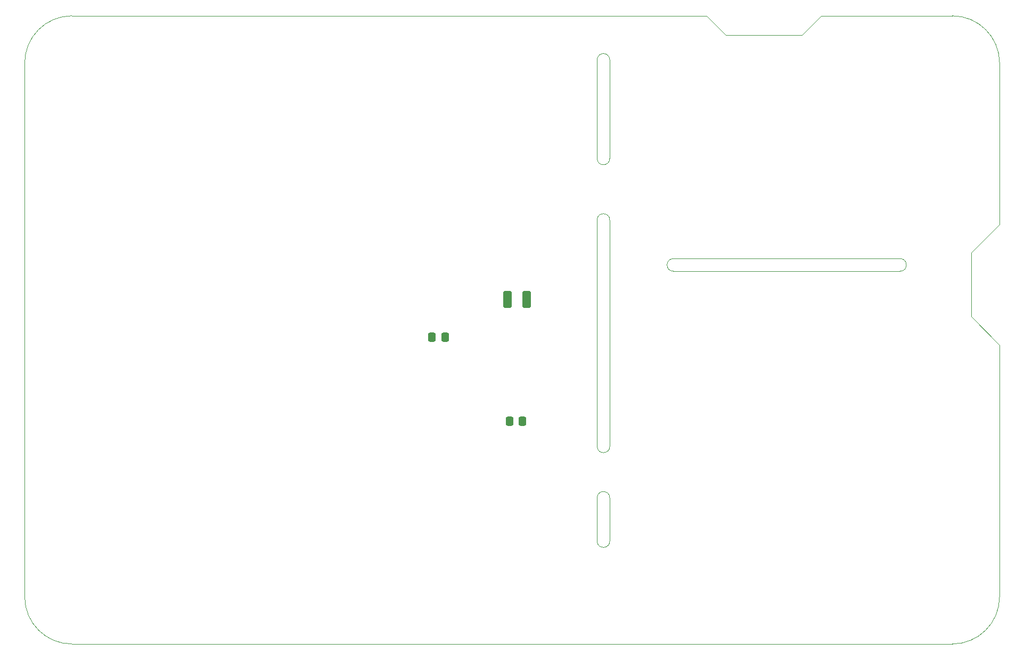
<source format=gbr>
G04 #@! TF.GenerationSoftware,KiCad,Pcbnew,7.0.7+dfsg-1*
G04 #@! TF.CreationDate,2024-12-03T08:15:38+01:00*
G04 #@! TF.ProjectId,evoIII-pulseboard,65766f49-4949-42d7-9075-6c7365626f61,rev?*
G04 #@! TF.SameCoordinates,Original*
G04 #@! TF.FileFunction,Paste,Bot*
G04 #@! TF.FilePolarity,Positive*
%FSLAX46Y46*%
G04 Gerber Fmt 4.6, Leading zero omitted, Abs format (unit mm)*
G04 Created by KiCad (PCBNEW 7.0.7+dfsg-1) date 2024-12-03 08:15:38*
%MOMM*%
%LPD*%
G01*
G04 APERTURE LIST*
G04 Aperture macros list*
%AMRoundRect*
0 Rectangle with rounded corners*
0 $1 Rounding radius*
0 $2 $3 $4 $5 $6 $7 $8 $9 X,Y pos of 4 corners*
0 Add a 4 corners polygon primitive as box body*
4,1,4,$2,$3,$4,$5,$6,$7,$8,$9,$2,$3,0*
0 Add four circle primitives for the rounded corners*
1,1,$1+$1,$2,$3*
1,1,$1+$1,$4,$5*
1,1,$1+$1,$6,$7*
1,1,$1+$1,$8,$9*
0 Add four rect primitives between the rounded corners*
20,1,$1+$1,$2,$3,$4,$5,0*
20,1,$1+$1,$4,$5,$6,$7,0*
20,1,$1+$1,$6,$7,$8,$9,0*
20,1,$1+$1,$8,$9,$2,$3,0*%
G04 Aperture macros list end*
%ADD10RoundRect,0.250000X-0.412500X-1.100000X0.412500X-1.100000X0.412500X1.100000X-0.412500X1.100000X0*%
%ADD11RoundRect,0.250000X0.337500X0.475000X-0.337500X0.475000X-0.337500X-0.475000X0.337500X-0.475000X0*%
%ADD12RoundRect,0.250000X-0.337500X-0.475000X0.337500X-0.475000X0.337500X0.475000X-0.337500X0.475000X0*%
G04 #@! TA.AperFunction,Profile*
%ADD13C,0.100000*%
G04 #@! TD*
G04 APERTURE END LIST*
D10*
X294217500Y-137680000D03*
X297342500Y-137680000D03*
D11*
X284349100Y-143637000D03*
X282274100Y-143637000D03*
D12*
X294593100Y-157048200D03*
X296668100Y-157048200D03*
D13*
X217500000Y-185000000D02*
X217500000Y-100000000D01*
X308515873Y-169241000D02*
X308515873Y-176126000D01*
X225000000Y-92500000D02*
G75*
G03*
X217500000Y-100000000I0J-7500000D01*
G01*
X308515873Y-125000000D02*
X308515873Y-161050000D01*
X365000000Y-192500000D02*
X225000000Y-192500000D01*
X325907400Y-92500000D02*
X328987600Y-95580200D01*
X356681400Y-133154200D02*
G75*
G03*
X356681400Y-131154000I0J1000100D01*
G01*
X217500000Y-185000000D02*
G75*
G03*
X225000000Y-192500000I7500000J0D01*
G01*
X310516127Y-169241000D02*
X310516127Y-176126000D01*
X320631400Y-133158254D02*
X356681400Y-133158254D01*
X328987600Y-95580200D02*
X341045800Y-95580200D01*
X372500000Y-100000000D02*
G75*
G03*
X365000000Y-92500000I-7500000J0D01*
G01*
X320631400Y-131157946D02*
G75*
G03*
X320631400Y-133158254I0J-1000154D01*
G01*
X308519873Y-161050000D02*
G75*
G03*
X310520127Y-161050000I1000127J0D01*
G01*
X308515873Y-176126000D02*
G75*
G03*
X310516127Y-176126000I1000127J0D01*
G01*
X308515873Y-115208873D02*
G75*
G03*
X310516127Y-115208873I1000127J0D01*
G01*
X225000000Y-92500000D02*
X325907400Y-92500000D01*
X365000000Y-192500000D02*
G75*
G03*
X372500000Y-185000000I0J7500000D01*
G01*
X310516127Y-99500000D02*
G75*
G03*
X309516000Y-98499873I-1000127J0D01*
G01*
X356681400Y-131154000D02*
X320631400Y-131154000D01*
X309516000Y-98499873D02*
G75*
G03*
X308515873Y-99500000I0J-1000127D01*
G01*
X372499673Y-125670327D02*
X367990000Y-130180000D01*
X372500000Y-100000000D02*
X372500000Y-125670000D01*
X372500000Y-185000000D02*
X372500000Y-144900000D01*
X310516127Y-169241000D02*
G75*
G03*
X308515873Y-169241000I-1000127J0D01*
G01*
X367990000Y-130180000D02*
X367990000Y-140390000D01*
X310516127Y-125000000D02*
G75*
G03*
X308515873Y-125000000I-1000127J0D01*
G01*
X367990000Y-140390000D02*
X372500055Y-144900055D01*
X308515873Y-115208873D02*
X308515873Y-99500000D01*
X344126000Y-92500000D02*
X365000000Y-92500000D01*
X310520127Y-161050000D02*
X310520127Y-125000000D01*
X341045800Y-95580200D02*
X344126000Y-92500000D01*
X310516127Y-99500000D02*
X310516127Y-115208873D01*
M02*

</source>
